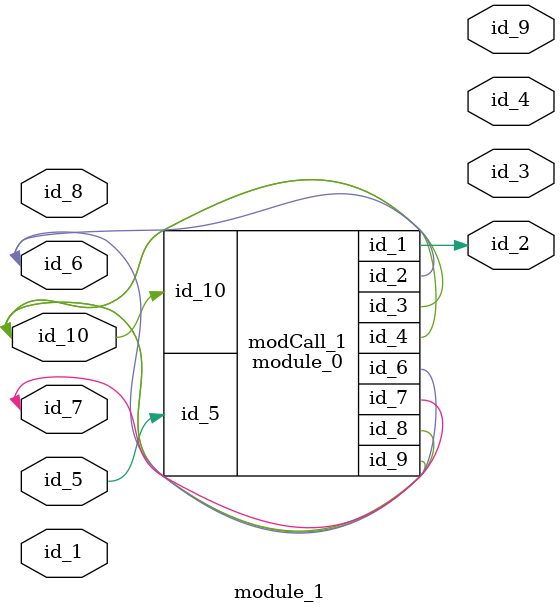
<source format=v>
module module_0 (
    id_1,
    id_2,
    id_3,
    id_4,
    id_5,
    id_6,
    id_7,
    id_8,
    id_9,
    id_10
);
  input wire id_10;
  inout wire id_9;
  output wire id_8;
  output wire id_7;
  output wire id_6;
  input wire id_5;
  inout wire id_4;
  inout wire id_3;
  output wire id_2;
  output wire id_1;
  wire id_11;
endmodule
module module_1 (
    id_1,
    id_2,
    id_3,
    id_4,
    id_5,
    id_6,
    id_7,
    id_8,
    id_9,
    id_10
);
  inout wire id_10;
  output wire id_9;
  inout wire id_8;
  inout wire id_7;
  inout wire id_6;
  input wire id_5;
  output wire id_4;
  output wire id_3;
  output wire id_2;
  input wire id_1;
  module_0 modCall_1 (
      id_2,
      id_6,
      id_10,
      id_10,
      id_5,
      id_6,
      id_7,
      id_10,
      id_10,
      id_10
  );
endmodule

</source>
